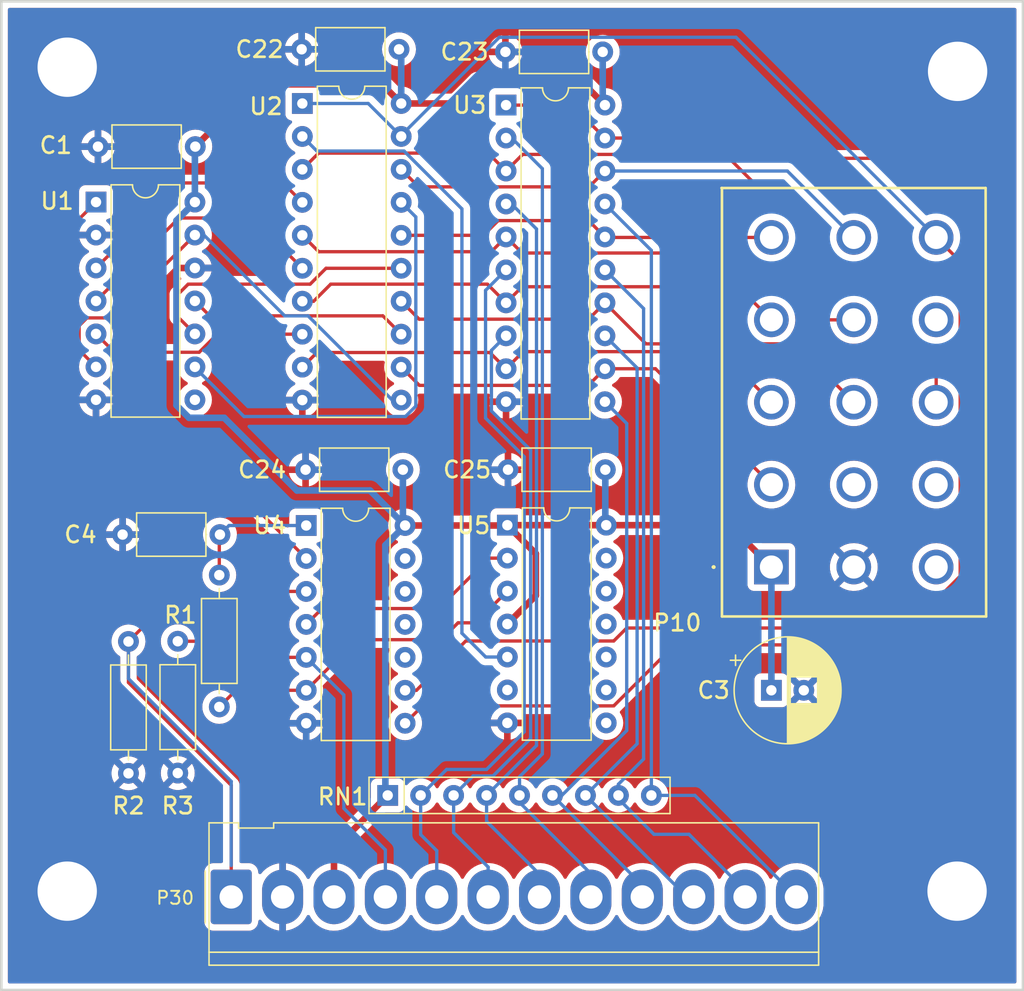
<source format=kicad_pcb>
(kicad_pcb (version 20211014) (generator pcbnew)
  (layers (0 "F.Cu" signal) (31 "B.Cu" signal) (34 "B.Paste" user) (35 "F.Paste" user) (36 "B.SilkS" user "B.Silkscreen") (37 "F.SilkS" user "F.Silkscreen") (38 "B.Mask" user) (39 "F.Mask" user) (44 "Edge.Cuts" user))
  (net 0 "")
  (net 1 "+5V")
  (net 2 "/IN0")
  (net 3 "/IN1")
  (net 4 "/IN2")
  (net 5 "/IN3")
  (net 6 "/IN4")
  (net 7 "/IN5")
  (net 8 "/IN6")
  (net 9 "/IN7")
  (net 10 "GND")
  (net 11 "/OUT2")
  (net 12 "/B3")
  (net 13 "/OUT3")
  (net 14 "/B4")
  (net 15 "/B2")
  (net 16 "/B7")
  (net 17 "/B5")
  (net 18 "/B6")
  (net 19 "/OUT1")
  (net 20 "/B1")
  (net 21 "/B0")
  (net 22 "/OUT0")
  (net 23 "/SPIN_DIR")
  (net 24 "/SPIN_CLK")
  (net 25 "/SPIN_C")
  (net 26 "/Q0")
  (net 27 "/Q1")
  (net 28 "/Q2")
  (net 29 "/Q3")
  (net 30 "/Q6")
  (net 31 "/Q5")
  (net 32 "/Q4")
  (net 33 "/SPIN_Q")
  (net 34 "Net-(U1-Pad1)")
  (net 36 "Net-(U3-Pad1)")
  (net 37 "Net-(U4-Pad4)")
  (footprint "Package_DIP:DIP-14_W7.62mm" (layer "F.Cu") (at 108.1915 101.589)
    (fp_text reference "U5" (at -2.599992 0.024995) (layer "F.SilkS") (effects (font (size 1.27 1.27) (thickness 0.2032))))
    (fp_text value "74LS74")
    (pad "1" thru_hole rect (at 0 0) (size 1.6 1.6) (drill 0.8) (layers *.Cu *.Mask) (net 1 "+5V"))
    (pad "2" thru_hole oval (at 0 2.54) (size 1.6 1.6) (drill 0.8) (layers *.Cu *.Mask) (net 37 "Net-(U4-Pad4)"))
    (pad "3" thru_hole oval (at 0 5.08) (size 1.6 1.6) (drill 0.8) (layers *.Cu *.Mask) (net 25 "/SPIN_C"))
    (pad "4" thru_hole oval (at 0 7.62) (size 1.6 1.6) (drill 0.8) (layers *.Cu *.Mask) (net 1 "+5V"))
    (pad "5" thru_hole oval (at 0 10.16) (size 1.6 1.6) (drill 0.8) (layers *.Cu *.Mask) (net 33 "/SPIN_Q"))
    (pad "6" thru_hole oval (at 0 12.7) (size 1.6 1.6) (drill 0.8) (layers *.Cu *.Mask))
    (pad "7" thru_hole oval (at 0 15.24) (size 1.6 1.6) (drill 0.8) (layers *.Cu *.Mask) (net 10 "GND"))
    (pad "8" thru_hole oval (at 7.62 15.24) (size 1.6 1.6) (drill 0.8) (layers *.Cu *.Mask))
    (pad "9" thru_hole oval (at 7.62 12.7) (size 1.6 1.6) (drill 0.8) (layers *.Cu *.Mask))
    (pad "10" thru_hole oval (at 7.62 10.16) (size 1.6 1.6) (drill 0.8) (layers *.Cu *.Mask))
    (pad "11" thru_hole oval (at 7.62 7.62) (size 1.6 1.6) (drill 0.8) (layers *.Cu *.Mask))
    (pad "12" thru_hole oval (at 7.62 5.08) (size 1.6 1.6) (drill 0.8) (layers *.Cu *.Mask))
    (pad "13" thru_hole oval (at 7.62 2.54) (size 1.6 1.6) (drill 0.8) (layers *.Cu *.Mask))
    (pad "14" thru_hole oval (at 7.62 0) (size 1.6 1.6) (drill 0.8) (layers *.Cu *.Mask) (net 1 "+5V"))
  )
  (footprint "Capacitor_THT:C_Axial_L5.1mm_D3.1mm_P7.50mm_Horizontal" (layer "F.Cu") (at 115.741501 97.314004 180)
    (fp_text reference "C25" (at 10.649992 0) (layer "F.SilkS") (effects (font (size 1.27 1.27) (thickness 0.2032))))
    (fp_text value ".01uF 16v")
    (pad "1" thru_hole circle (at 0 0 180) (size 1.6 1.6) (drill 0.8) (layers *.Cu *.Mask) (net 1 "+5V"))
    (pad "2" thru_hole oval (at 7.5 0 180) (size 1.6 1.6) (drill 0.8) (layers *.Cu *.Mask) (net 10 "GND"))
  )
  (footprint "Package_DIP:DIP-20_W7.62mm" (layer "F.Cu") (at 108.0915 69.214)
    (fp_text reference "U3" (at -2.8 0) (layer "F.SilkS") (effects (font (size 1.27 1.27) (thickness 0.2032))))
    (fp_text value "74LS244")
    (pad "1" thru_hole rect (at 0 0) (size 1.6 1.6) (drill 0.8) (layers *.Cu *.Mask) (net 36 "Net-(U3-Pad1)"))
    (pad "2" thru_hole oval (at 0 2.54) (size 1.6 1.6) (drill 0.8) (layers *.Cu *.Mask) (net 4 "/IN2"))
    (pad "3" thru_hole oval (at 0 5.08) (size 1.6 1.6) (drill 0.8) (layers *.Cu *.Mask) (net 16 "/B7"))
    (pad "4" thru_hole oval (at 0 7.62) (size 1.6 1.6) (drill 0.8) (layers *.Cu *.Mask) (net 5 "/IN3"))
    (pad "5" thru_hole oval (at 0 10.16) (size 1.6 1.6) (drill 0.8) (layers *.Cu *.Mask) (net 18 "/B6"))
    (pad "6" thru_hole oval (at 0 12.7) (size 1.6 1.6) (drill 0.8) (layers *.Cu *.Mask) (net 3 "/IN1"))
    (pad "7" thru_hole oval (at 0 15.24) (size 1.6 1.6) (drill 0.8) (layers *.Cu *.Mask) (net 17 "/B5"))
    (pad "8" thru_hole oval (at 0 17.78) (size 1.6 1.6) (drill 0.8) (layers *.Cu *.Mask) (net 2 "/IN0"))
    (pad "9" thru_hole oval (at 0 20.32) (size 1.6 1.6) (drill 0.8) (layers *.Cu *.Mask) (net 14 "/B4"))
    (pad "10" thru_hole oval (at 0 22.86) (size 1.6 1.6) (drill 0.8) (layers *.Cu *.Mask) (net 10 "GND"))
    (pad "11" thru_hole oval (at 7.62 22.86) (size 1.6 1.6) (drill 0.8) (layers *.Cu *.Mask) (net 6 "/IN4"))
    (pad "12" thru_hole oval (at 7.62 20.32) (size 1.6 1.6) (drill 0.8) (layers *.Cu *.Mask) (net 12 "/B3"))
    (pad "13" thru_hole oval (at 7.62 17.78) (size 1.6 1.6) (drill 0.8) (layers *.Cu *.Mask) (net 7 "/IN5"))
    (pad "14" thru_hole oval (at 7.62 15.24) (size 1.6 1.6) (drill 0.8) (layers *.Cu *.Mask) (net 15 "/B2"))
    (pad "15" thru_hole oval (at 7.62 12.7) (size 1.6 1.6) (drill 0.8) (layers *.Cu *.Mask) (net 8 "/IN6"))
    (pad "16" thru_hole oval (at 7.62 10.16) (size 1.6 1.6) (drill 0.8) (layers *.Cu *.Mask) (net 20 "/B1"))
    (pad "17" thru_hole oval (at 7.62 7.62) (size 1.6 1.6) (drill 0.8) (layers *.Cu *.Mask) (net 9 "/IN7"))
    (pad "18" thru_hole oval (at 7.62 5.08) (size 1.6 1.6) (drill 0.8) (layers *.Cu *.Mask) (net 21 "/B0"))
    (pad "19" thru_hole oval (at 7.62 2.54) (size 1.6 1.6) (drill 0.8) (layers *.Cu *.Mask) (net 36 "Net-(U3-Pad1)"))
    (pad "20" thru_hole oval (at 7.62 0) (size 1.6 1.6) (drill 0.8) (layers *.Cu *.Mask) (net 1 "+5V"))
  )
  (footprint "Capacitor_THT:C_Axial_L5.1mm_D3.1mm_P7.50mm_Horizontal" (layer "F.Cu") (at 99.841507 64.913993 180)
    (fp_text reference "C22" (at 10.750016 0) (layer "F.SilkS") (effects (font (size 1.27 1.27) (thickness 0.2032))))
    (fp_text value ".01uF 16v")
    (pad "1" thru_hole circle (at 0 0 180) (size 1.6 1.6) (drill 0.8) (layers *.Cu *.Mask) (net 1 "+5V"))
    (pad "2" thru_hole oval (at 7.5 0 180) (size 1.6 1.6) (drill 0.8) (layers *.Cu *.Mask) (net 10 "GND"))
  )
  (footprint "Capacitor_THT:C_Axial_L5.1mm_D3.1mm_P7.50mm_Horizontal" (layer "F.Cu") (at 100.141507 97.314004 180)
    (fp_text reference "C24" (at 10.850017 0) (layer "F.SilkS") (effects (font (size 1.27 1.27) (thickness 0.2032))))
    (fp_text value ".01uF 16v")
    (pad "1" thru_hole circle (at 0 0 180) (size 1.6 1.6) (drill 0.8) (layers *.Cu *.Mask) (net 1 "+5V"))
    (pad "2" thru_hole oval (at 7.5 0 180) (size 1.6 1.6) (drill 0.8) (layers *.Cu *.Mask) (net 10 "GND"))
  )
  (footprint "Capacitor_THT:C_Axial_L5.1mm_D3.1mm_P7.50mm_Horizontal" (layer "F.Cu") (at 86.041509 102.313994 180)
    (fp_text reference "C4" (at 10.750016 0) (layer "F.SilkS") (effects (font (size 1.27 1.27) (thickness 0.2032))))
    (fp_text value ".001uF 16v")
    (pad "1" thru_hole circle (at 0 0 180) (size 1.6 1.6) (drill 0.8) (layers *.Cu *.Mask))
    (pad "2" thru_hole oval (at 7.5 0 180) (size 1.6 1.6) (drill 0.8) (layers *.Cu *.Mask) (net 10 "GND"))
  )
  (footprint "Molex:0010844152" (layer "F.Cu") (at 128.541501 104.813989)
    (fp_text reference "P10" (at -7.250001 4.300011) (layer "F.SilkS") (effects (font (size 1.27 1.27) (thickness 0.2032))))
    (fp_text value "0010844152" hide)
    (pad "1" thru_hole rect locked (at 0 0) (size 2.67 2.67) (drill 1.78) (layers *.Cu *.Mask) (net 1 "+5V"))
    (pad "2" thru_hole circle locked (at 6.35 0) (size 2.67 2.67) (drill 1.78) (layers *.Cu *.Mask) (net 10 "GND"))
    (pad "3" thru_hole circle locked (at 12.7 0) (size 2.67 2.67) (drill 1.78) (layers *.Cu *.Mask) (net 11 "/OUT2"))
    (pad "4" thru_hole circle locked (at 0 -6.35) (size 2.67 2.67) (drill 1.78) (layers *.Cu *.Mask) (net 12 "/B3"))
    (pad "5" thru_hole circle locked (at 6.35 -6.35) (size 2.67 2.67) (drill 1.78) (layers *.Cu *.Mask) (net 13 "/OUT3"))
    (pad "6" thru_hole circle locked (at 12.7 -6.35) (size 2.67 2.67) (drill 1.78) (layers *.Cu *.Mask))
    (pad "7" thru_hole circle locked (at 0 -12.7) (size 2.67 2.67) (drill 1.78) (layers *.Cu *.Mask) (net 14 "/B4"))
    (pad "8" thru_hole circle locked (at 6.35 -12.7) (size 2.67 2.67) (drill 1.78) (layers *.Cu *.Mask) (net 15 "/B2"))
    (pad "9" thru_hole circle locked (at 12.7 -12.7) (size 2.67 2.67) (drill 1.78) (layers *.Cu *.Mask) (net 16 "/B7"))
    (pad "10" thru_hole circle locked (at 0 -19.05) (size 2.67 2.67) (drill 1.78) (layers *.Cu *.Mask) (net 17 "/B5"))
    (pad "11" thru_hole circle locked (at 6.35 -19.05) (size 2.67 2.67) (drill 1.78) (layers *.Cu *.Mask) (net 18 "/B6"))
    (pad "12" thru_hole circle locked (at 12.7 -19.05) (size 2.67 2.67) (drill 1.78) (layers *.Cu *.Mask) (net 19 "/OUT1"))
    (pad "13" thru_hole circle locked (at 0 -25.4) (size 2.67 2.67) (drill 1.78) (layers *.Cu *.Mask) (net 20 "/B1"))
    (pad "14" thru_hole circle locked (at 6.35 -25.4) (size 2.67 2.67) (drill 1.78) (layers *.Cu *.Mask) (net 21 "/B0"))
    (pad "15" thru_hole circle locked (at 12.7 -25.4) (size 2.67 2.67) (drill 1.78) (layers *.Cu *.Mask) (net 22 "/OUT0"))
  )
  (footprint "Resistor_THT:R_Array_SIP9" (layer "F.Cu") (at 98.9715 122.414)
    (fp_text reference "RN1" (at -3.479997 0.100004) (layer "F.SilkS") (effects (font (size 1.27 1.27) (thickness 0.2032))))
    (fp_text value "2.2k")
    (pad "1" thru_hole rect (at 0 0) (size 1.6 1.6) (drill 0.8) (layers *.Cu *.Mask) (net 1 "+5V"))
    (pad "2" thru_hole oval (at 2.540006 0.000005) (size 1.6 1.6) (drill 0.8) (layers *.Cu *.Mask) (net 3 "/IN1"))
    (pad "3" thru_hole oval (at 5.080006 0.000005) (size 1.6 1.6) (drill 0.8) (layers *.Cu *.Mask) (net 2 "/IN0"))
    (pad "4" thru_hole oval (at 7.620006 0.000005) (size 1.6 1.6) (drill 0.8) (layers *.Cu *.Mask) (net 5 "/IN3"))
    (pad "5" thru_hole oval (at 10.160006 0.000005) (size 1.6 1.6) (drill 0.8) (layers *.Cu *.Mask) (net 4 "/IN2"))
    (pad "6" thru_hole oval (at 12.7 0) (size 1.6 1.6) (drill 0.8) (layers *.Cu *.Mask) (net 6 "/IN4"))
    (pad "7" thru_hole oval (at 15.24 0) (size 1.6 1.6) (drill 0.8) (layers *.Cu *.Mask) (net 7 "/IN5"))
    (pad "8" thru_hole oval (at 17.78 0) (size 1.6 1.6) (drill 0.8) (layers *.Cu *.Mask) (net 8 "/IN6"))
    (pad "9" thru_hole oval (at 20.32 0) (size 1.6 1.6) (drill 0.8) (layers *.Cu *.Mask) (net 9 "/IN7"))
  )
  (footprint "Package_DIP:DIP-14_W7.62mm" (layer "F.Cu") (at 76.4915 76.689)
    (fp_text reference "U1" (at -3.000004 -0.075005) (layer "F.SilkS") (effects (font (size 1.27 1.27) (thickness 0.2032))))
    (fp_text value "74LS393")
    (pad "1" thru_hole rect (at 0 0) (size 1.6 1.6) (drill 0.8) (layers *.Cu *.Mask) (net 34 "Net-(U1-Pad1)"))
    (pad "2" thru_hole oval (at 0 2.54) (size 1.6 1.6) (drill 0.8) (layers *.Cu *.Mask) (net 10 "GND"))
    (pad "3" thru_hole oval (at 0 5.08) (size 1.6 1.6) (drill 0.8) (layers *.Cu *.Mask) (net 26 "/Q0"))
    (pad "4" thru_hole oval (at 0 7.62) (size 1.6 1.6) (drill 0.8) (layers *.Cu *.Mask) (net 27 "/Q1"))
    (pad "5" thru_hole oval (at 0 10.16) (size 1.6 1.6) (drill 0.8) (layers *.Cu *.Mask) (net 28 "/Q2"))
    (pad "6" thru_hole oval (at 0 12.7) (size 1.6 1.6) (drill 0.8) (layers *.Cu *.Mask) (net 29 "/Q3"))
    (pad "7" thru_hole oval (at 0 15.24) (size 1.6 1.6) (drill 0.8) (layers *.Cu *.Mask) (net 10 "GND"))
    (pad "8" thru_hole oval (at 7.62 15.24) (size 1.6 1.6) (drill 0.8) (layers *.Cu *.Mask))
    (pad "9" thru_hole oval (at 7.62 12.7) (size 1.6 1.6) (drill 0.8) (layers *.Cu *.Mask) (net 30 "/Q6"))
    (pad "10" thru_hole oval (at 7.62 10.16) (size 1.6 1.6) (drill 0.8) (layers *.Cu *.Mask) (net 31 "/Q5"))
    (pad "11" thru_hole oval (at 7.62 7.62) (size 1.6 1.6) (drill 0.8) (layers *.Cu *.Mask) (net 32 "/Q4"))
    (pad "12" thru_hole oval (at 7.62 5.08) (size 1.6 1.6) (drill 0.8) (layers *.Cu *.Mask) (net 10 "GND"))
    (pad "13" thru_hole oval (at 7.62 2.54) (size 1.6 1.6) (drill 0.8) (layers *.Cu *.Mask) (net 29 "/Q3"))
    (pad "14" thru_hole oval (at 7.62 0) (size 1.6 1.6) (drill 0.8) (layers *.Cu *.Mask) (net 1 "+5V"))
  )
  (footprint "Capacitor_THT:C_Axial_L5.1mm_D3.1mm_P7.50mm_Horizontal" (layer "F.Cu") (at 115.541501 65.113992 180)
    (fp_text reference "C23" (at 10.649991 0 180) (layer "F.SilkS") (effects (font (size 1.27 1.27) (thickness 0.2032))))
    (fp_text value ".01uF 16v")
    (pad "1" thru_hole circle (at 0 0 180) (size 1.6 1.6) (drill 0.8) (layers *.Cu *.Mask) (net 1 "+5V"))
    (pad "2" thru_hole oval (at 7.5 0 180) (size 1.6 1.6) (drill 0.8) (layers *.Cu *.Mask) (net 10 "GND"))
  )
  (footprint "Resistor_THT:R_Axial_DIN0207_L6.3mm_D2.5mm_P10.16mm_Horizontal" (layer "F.Cu") (at 85.991497 115.594003 90)
    (fp_text reference "R1" (at 7.079996 -2.999994 180) (layer "F.SilkS") (effects (font (size 1.27 1.27) (thickness 0.2032))))
    (fp_text value "1k 1/2w")
    (pad "1" thru_hole circle (at 0 0 90) (size 1.6 1.6) (drill 0.8) (layers *.Cu *.Mask) (net 25 "/SPIN_C"))
    (pad "2" thru_hole oval (at 10.16 0 90) (size 1.6 1.6) (drill 0.8) (layers *.Cu *.Mask))
  )
  (footprint "Resistor_THT:R_Axial_DIN0207_L6.3mm_D2.5mm_P10.16mm_Horizontal" (layer "F.Cu") (at 78.991511 120.714008 90)
    (fp_text reference "R2" (at -2.499995 0 180) (layer "F.SilkS") (effects (font (size 1.27 1.27) (thickness 0.2032))))
    (fp_text value "1k 1/2w")
    (pad "1" thru_hole circle (at 0 0 90) (size 1.6 1.6) (drill 0.8) (layers *.Cu *.Mask) (net 10 "GND"))
    (pad "2" thru_hole oval (at 10.16 0 90) (size 1.6 1.6) (drill 0.8) (layers *.Cu *.Mask) (net 23 "/SPIN_DIR"))
  )
  (footprint "Capacitor_THT:C_Axial_L5.1mm_D3.1mm_P7.50mm_Horizontal" (layer "F.Cu") (at 84.1415 72.414 180)
    (fp_text reference "C1" (at 10.750003 0.099997) (layer "F.SilkS") (effects (font (size 1.27 1.27) (thickness 0.2032))))
    (fp_text value ".01uF 16v")
    (pad "1" thru_hole circle (at 0 0 180) (size 1.6 1.6) (drill 0.8) (layers *.Cu *.Mask) (net 1 "+5V"))
    (pad "2" thru_hole oval (at 7.5 0 180) (size 1.6 1.6) (drill 0.8) (layers *.Cu *.Mask) (net 10 "GND"))
  )
  (footprint "Package_DIP:DIP-20_W7.62mm" (layer "F.Cu") (at 92.3915 69.089)
    (fp_text reference "U2" (at -2.80001 0.225009) (layer "F.SilkS") (effects (font (size 1.27 1.27) (thickness 0.2032))))
    (fp_text value "74LS244")
    (pad "1" thru_hole rect (at 0 0) (size 1.6 1.6) (drill 0.8) (layers *.Cu *.Mask) (net 22 "/OUT0"))
    (pad "2" thru_hole oval (at 0 2.54) (size 1.6 1.6) (drill 0.8) (layers *.Cu *.Mask) (net 33 "/SPIN_Q"))
    (pad "3" thru_hole oval (at 0 5.08) (size 1.6 1.6) (drill 0.8) (layers *.Cu *.Mask) (net 16 "/B7"))
    (pad "4" thru_hole oval (at 0 7.62) (size 1.6 1.6) (drill 0.8) (layers *.Cu *.Mask) (net 26 "/Q0"))
    (pad "5" thru_hole oval (at 0 10.16) (size 1.6 1.6) (drill 0.8) (layers *.Cu *.Mask) (net 18 "/B6"))
    (pad "6" thru_hole oval (at 0 12.7) (size 1.6 1.6) (drill 0.8) (layers *.Cu *.Mask) (net 27 "/Q1"))
    (pad "7" thru_hole oval (at 0 15.24) (size 1.6 1.6) (drill 0.8) (layers *.Cu *.Mask) (net 17 "/B5"))
    (pad "8" thru_hole oval (at 0 17.78) (size 1.6 1.6) (drill 0.8) (layers *.Cu *.Mask) (net 28 "/Q2"))
    (pad "9" thru_hole oval (at 0 20.32) (size 1.6 1.6) (drill 0.8) (layers *.Cu *.Mask) (net 14 "/B4"))
    (pad "10" thru_hole oval (at 0 22.86) (size 1.6 1.6) (drill 0.8) (layers *.Cu *.Mask) (net 10 "GND"))
    (pad "11" thru_hole oval (at 7.62 22.86) (size 1.6 1.6) (drill 0.8) (layers *.Cu *.Mask) (net 29 "/Q3"))
    (pad "12" thru_hole oval (at 7.62 20.32) (size 1.6 1.6) (drill 0.8) (layers *.Cu *.Mask) (net 12 "/B3"))
    (pad "13" thru_hole oval (at 7.62 17.78) (size 1.6 1.6) (drill 0.8) (layers *.Cu *.Mask) (net 32 "/Q4"))
    (pad "14" thru_hole oval (at 7.62 15.24) (size 1.6 1.6) (drill 0.8) (layers *.Cu *.Mask) (net 15 "/B2"))
    (pad "15" thru_hole oval (at 7.62 12.7) (size 1.6 1.6) (drill 0.8) (layers *.Cu *.Mask) (net 31 "/Q5"))
    (pad "16" thru_hole oval (at 7.62 10.16) (size 1.6 1.6) (drill 0.8) (layers *.Cu *.Mask) (net 20 "/B1"))
    (pad "17" thru_hole oval (at 7.62 7.62) (size 1.6 1.6) (drill 0.8) (layers *.Cu *.Mask) (net 30 "/Q6"))
    (pad "18" thru_hole oval (at 7.62 5.08) (size 1.6 1.6) (drill 0.8) (layers *.Cu *.Mask) (net 21 "/B0"))
    (pad "19" thru_hole oval (at 7.62 2.54) (size 1.6 1.6) (drill 0.8) (layers *.Cu *.Mask) (net 22 "/OUT0"))
    (pad "20" thru_hole oval (at 7.62 0) (size 1.6 1.6) (drill 0.8) (layers *.Cu *.Mask) (net 1 "+5V"))
  )
  (footprint "Capacitor_THT:CP_Radial_D8.0mm_P2.50mm" (layer "F.Cu") (at 128.538849 114.313995)
    (fp_text reference "C3" (at -4.447362 0) (layer "F.SilkS") (effects (font (size 1.27 1.27) (thickness 0.2032))))
    (fp_text value "10uF 25v")
    (pad "1" thru_hole rect (at 0 0) (size 1.6 1.6) (drill 0.8) (layers *.Cu *.Mask) (net 1 "+5V"))
    (pad "2" thru_hole circle (at 2.5 0) (size 1.6 1.6) (drill 0.8) (layers *.Cu *.Mask) (net 10 "GND"))
  )
  (footprint "Connector_Molex:Molex_KK-396_5273-12A_1x12_P3.96mm_Vertical" (layer "F.Cu") (at 86.91151 130.239008)
    (fp_text reference "P30" (at -4.32001 0.074992) (layer "F.SilkS"))
    (fp_text value "Conn_01x12_Male")
    (pad "1" thru_hole roundrect (at 0 0) (size 3.16 4.2) (drill 1.8) (layers *.Cu *.Mask) (roundrect_rratio 0.07911392405) (net 23 "/SPIN_DIR"))
    (pad "2" thru_hole oval (at 3.96 0) (size 3.16 4.2) (drill 1.8) (layers *.Cu *.Mask) (net 10 "GND"))
    (pad "3" thru_hole oval (at 7.92 0) (size 3.16 4.2) (drill 1.8) (layers *.Cu *.Mask) (net 1 "+5V"))
    (pad "4" thru_hole oval (at 11.88 0) (size 3.16 4.2) (drill 1.8) (layers *.Cu *.Mask) (net 24 "/SPIN_CLK"))
    (pad "5" thru_hole oval (at 15.839999 0) (size 3.159999 4.199999) (drill 1.8) (layers *.Cu *.Mask) (net 3 "/IN1"))
    (pad "6" thru_hole oval (at 19.800011 0) (size 3.159999 4.199999) (drill 1.8) (layers *.Cu *.Mask) (net 2 "/IN0"))
    (pad "7" thru_hole oval (at 23.759998 0) (size 3.159999 4.199999) (drill 1.8) (layers *.Cu *.Mask) (net 5 "/IN3"))
    (pad "8" thru_hole oval (at 27.720011 0) (size 3.159999 4.199999) (drill 1.8) (layers *.Cu *.Mask) (net 4 "/IN2"))
    (pad "9" thru_hole oval (at 31.68 0) (size 3.16 4.2) (drill 1.8) (layers *.Cu *.Mask) (net 6 "/IN4"))
    (pad "10" thru_hole oval (at 35.64 0) (size 3.16 4.2) (drill 1.8) (layers *.Cu *.Mask) (net 7 "/IN5"))
    (pad "11" thru_hole oval (at 39.6 0) (size 3.16 4.2) (drill 1.8) (layers *.Cu *.Mask) (net 8 "/IN6"))
    (pad "12" thru_hole oval (at 43.56 0) (size 3.16 4.2) (drill 1.8) (layers *.Cu *.Mask) (net 9 "/IN7"))
  )
  (footprint "Package_DIP:DIP-14_W7.62mm" (layer "F.Cu") (at 92.6915 101.614)
    (fp_text reference "U4" (at -2.800011 -0.000005) (layer "F.SilkS") (effects (font (size 1.27 1.27) (thickness 0.2032))))
    (fp_text value "74LS14")
    (pad "1" thru_hole rect (at 0.000009 -0.000005) (size 1.6 1.6) (drill 0.8) (layers *.Cu *.Mask))
    (pad "2" thru_hole oval (at 0 2.54) (size 1.6 1.6) (drill 0.8) (layers *.Cu *.Mask) (net 34 "Net-(U1-Pad1)"))
    (pad "3" thru_hole oval (at 0 5.08) (size 1.6 1.6) (drill 0.8) (layers *.Cu *.Mask) (net 23 "/SPIN_DIR"))
    (pad "4" thru_hole oval (at 0 7.62) (size 1.6 1.6) (drill 0.8) (layers *.Cu *.Mask) (net 37 "Net-(U4-Pad4)"))
    (pad "5" thru_hole oval (at 0 10.16) (size 1.6 1.6) (drill 0.8) (layers *.Cu *.Mask) (net 24 "/SPIN_CLK"))
    (pad "6" thru_hole oval (at 0 12.7) (size 1.6 1.6) (drill 0.8) (layers *.Cu *.Mask) (net 25 "/SPIN_C"))
    (pad "7" thru_hole oval (at 0 15.24) (size 1.6 1.6) (drill 0.8) (layers *.Cu *.Mask) (net 10 "GND"))
    (pad "8" thru_hole oval (at 7.62 15.24) (size 1.6 1.6) (drill 0.8) (layers *.Cu *.Mask) (net 36 "Net-(U3-Pad1)"))
    (pad "9" thru_hole oval (at 7.62 12.7) (size 1.6 1.6) (drill 0.8) (layers *.Cu *.Mask) (net 22 "/OUT0"))
    (pad "10" thru_hole oval (at 7.62 10.16) (size 1.6 1.6) (drill 0.8) (layers *.Cu *.Mask))
    (pad "11" thru_hole oval (at 7.62 7.62) (size 1.6 1.6) (drill 0.8) (layers *.Cu *.Mask))
    (pad "12" thru_hole oval (at 7.62 5.08) (size 1.6 1.6) (drill 0.8) (layers *.Cu *.Mask))
    (pad "13" thru_hole oval (at 7.62 2.54) (size 1.6 1.6) (drill 0.8) (layers *.Cu *.Mask))
    (pad "14" thru_hole oval (at 7.62 0) (size 1.6 1.6) (drill 0.8) (layers *.Cu *.Mask) (net 1 "+5V"))
  )
  (footprint "Resistor_THT:R_Axial_DIN0207_L6.3mm_D2.5mm_P10.16mm_Horizontal" (layer "F.Cu") (at 82.791503 120.693993 90)
    (fp_text reference "R3" (at -2.52001 0 180) (layer "F.SilkS") (effects (font (size 1.27 1.27) (thickness 0.2032))))
    (fp_text value "1k 1/2w")
    (pad "1" thru_hole circle (at 0 0 90) (size 1.6 1.6) (drill 0.8) (layers *.Cu *.Mask) (net 10 "GND"))
    (pad "2" thru_hole oval (at 10.16 0 90) (size 1.6 1.6) (drill 0.8) (layers *.Cu *.Mask) (net 24 "/SPIN_CLK"))
  )
  (footprint "LOGO" (layer "F.Cu") (at 142.8515 122.174)
    (fp_text reference "G***" hide)
    (fp_text value "LOGO" hide)
  )
  (gr_rect (start 69.1915 61.214) (end 147.9315 137.414) (layer "Edge.Cuts") (width 0.2) (fill none))
  (segment (start 85.9915 105.434) (end 85.9915 102.364) (width 0.254) (layer "F.Cu") (net 0))
  (segment (start 85.9915 102.364) (end 86.0415 102.314) (width 0.254) (layer "F.Cu") (net 0))
  (segment (start 92.691509 101.613995) (end 86.741508 101.613995) (width 0.254) (layer "B.Cu") (net 0))
  (segment (start 86.741508 101.613995) (end 86.041509 102.313994) (width 0.254) (layer "B.Cu") (net 0))
  (segment (start 98.791497 122.593989) (end 94.83151 126.554001) (width 0.508) (layer "F.Cu") (net 1))
  (segment (start 110.3915 107.009) (end 108.1915 109.209) (width 0.508) (layer "F.Cu") (net 1))
  (segment (start 104.2165 69.089) (end 105.8915 67.414) (width 0.508) (layer "F.Cu") (net 1))
  (segment (start 94.83151 126.554001) (end 94.83151 130.239008) (width 0.508) (layer "F.Cu") (net 1))
  (segment (start 100.0115 69.089) (end 98.5365 67.614) (width 0.508) (layer "F.Cu") (net 1))
  (segment (start 100.0115 69.089) (end 104.2165 69.089) (width 0.508) (layer "F.Cu") (net 1))
  (segment (start 98.5365 67.614) (end 88.9415 67.614) (width 0.508) (layer "F.Cu") (net 1))
  (segment (start 108.1915 101.589) (end 115.8115 101.589) (width 0.508) (layer "F.Cu") (net 1))
  (segment (start 113.9115 67.414) (end 115.7115 69.214) (width 0.508) (layer "F.Cu") (net 1))
  (segment (start 88.9415 67.614) (end 84.1415 72.414) (width 0.508) (layer "F.Cu") (net 1))
  (segment (start 110.3915 103.789) (end 110.3915 107.009) (width 0.508) (layer "F.Cu") (net 1))
  (segment (start 105.8915 67.414) (end 113.9115 67.414) (width 0.508) (layer "F.Cu") (net 1))
  (segment (start 108.1665 101.614) (end 108.1915 101.589) (width 0.508) (layer "F.Cu") (net 1))
  (segment (start 125.3165 101.589) (end 128.5415 104.814) (width 0.508) (layer "F.Cu") (net 1))
  (segment (start 108.1915 101.589) (end 110.3915 103.789) (width 0.508) (layer "F.Cu") (net 1))
  (segment (start 100.3115 101.614) (end 108.1665 101.614) (width 0.508) (layer "F.Cu") (net 1))
  (segment (start 115.8115 101.589) (end 125.3165 101.589) (width 0.508) (layer "F.Cu") (net 1))
  (segment (start 115.7415 97.314) (end 115.7415 101.519) (width 0.508) (layer "B.Cu") (net 1))
  (segment (start 84.1115 76.689) (end 82.6915 78.109) (width 0.508) (layer "B.Cu") (net 1))
  (segment (start 100.0115 69.089) (end 100.0115 65.084) (width 0.508) (layer "B.Cu") (net 1))
  (segment (start 91.97153 98.914) (end 97.6115 98.914) (width 0.508) (layer "B.Cu") (net 1))
  (segment (start 100.1415 97.314) (end 100.1415 101.444) (width 0.508) (layer "B.Cu") (net 1))
  (segment (start 128.5415 104.814) (end 128.5415 113.911349) (width 0.508) (layer "B.Cu") (net 1))
  (segment (start 98.7915 103.134) (end 98.7915 122.594) (width 0.508) (layer "B.Cu") (net 1))
  (segment (start 86.37153 93.314) (end 91.97153 98.914) (width 0.508) (layer "B.Cu") (net 1))
  (segment (start 84.1115 76.689) (end 84.1115 72.444) (width 0.508) (layer "B.Cu") (net 1))
  (segment (start 100.0115 65.084) (end 99.8415 64.914) (width 0.508) (layer "B.Cu") (net 1))
  (segment (start 84.1115 72.444) (end 84.1415 72.414) (width 0.508) (layer "B.Cu") (net 1))
  (segment (start 97.6115 98.914) (end 100.3115 101.614) (width 0.508) (layer "B.Cu") (net 1))
  (segment (start 115.5415 65.114) (end 115.5415 69.044) (width 0.508) (layer "B.Cu") (net 1))
  (segment (start 100.1415 101.444) (end 100.3115 101.614) (width 0.508) (layer "B.Cu") (net 1))
  (segment (start 83.657633 93.314) (end 86.37153 93.314) (width 0.508) (layer "B.Cu") (net 1))
  (segment (start 100.3115 101.614) (end 98.7915 103.134) (width 0.508) (layer "B.Cu") (net 1))
  (segment (start 115.7415 101.519) (end 115.8115 101.589) (width 0.508) (layer "B.Cu") (net 1))
  (segment (start 82.6915 78.109) (end 82.6915 92.347867) (width 0.508) (layer "B.Cu") (net 1))
  (segment (start 82.6915 92.347867) (end 83.657633 93.314) (width 0.508) (layer "B.Cu") (net 1))
  (segment (start 115.5415 69.044) (end 115.7115 69.214) (width 0.508) (layer "B.Cu") (net 1))
  (segment (start 108.0915 86.994) (end 106.964989 88.120511) (width 0.254) (layer "B.Cu") (net 2))
  (segment (start 106.964989 92.787489) (end 109.98446 95.80696) (width 0.254) (layer "B.Cu") (net 2))
  (segment (start 104.051506 122.414005) (end 104.051506 125.274006) (width 0.254) (layer "B.Cu") (net 2))
  (segment (start 105.551511 120.914) (end 104.051506 122.414005) (width 0.254) (layer "B.Cu") (net 2))
  (segment (start 109.98446 118.02104) (end 107.0915 120.914) (width 0.254) (layer "B.Cu") (net 2))
  (segment (start 104.051506 125.274006) (end 106.711521 127.934021) (width 0.254) (layer "B.Cu") (net 2))
  (segment (start 106.711521 127.934021) (end 106.711521 130.239008) (width 0.254) (layer "B.Cu") (net 2))
  (segment (start 106.964989 88.120511) (end 106.964989 92.787489) (width 0.254) (layer "B.Cu") (net 2))
  (segment (start 109.98446 95.80696) (end 109.98446 118.02104) (width 0.254) (layer "B.Cu") (net 2))
  (segment (start 107.0915 120.914) (end 105.551511 120.914) (width 0.254) (layer "B.Cu") (net 2))
  (segment (start 101.511506 125.434006) (end 102.751509 126.674009) (width 0.254) (layer "B.Cu") (net 3))
  (segment (start 106.511469 93.333969) (end 109.4915 96.314) (width 0.254) (layer "B.Cu") (net 3))
  (segment (start 102.751509 126.674009) (end 102.751509 130.239008) (width 0.254) (layer "B.Cu") (net 3))
  (segment (start 109.4915 96.314) (end 109.4915 117.514) (width 0.254) (layer "B.Cu") (net 3))
  (segment (start 106.511469 83.494031) (end 106.511469 93.333969) (width 0.254) (layer "B.Cu") (net 3))
  (segment (start 103.511511 120.414) (end 101.511506 122.414005) (width 0.254) (layer "B.Cu") (net 3))
  (segment (start 109.4915 117.514) (end 106.5915 120.414) (width 0.254) (layer "B.Cu") (net 3))
  (segment (start 106.5915 120.414) (end 103.511511 120.414) (width 0.254) (layer "B.Cu") (net 3))
  (segment (start 108.0915 81.914) (end 106.511469 83.494031) (width 0.254) (layer "B.Cu") (net 3))
  (segment (start 101.511506 122.414005) (end 101.511506 125.434006) (width 0.254) (layer "B.Cu") (net 3))
  (segment (start 114.63151 128.45401) (end 114.63151 130.239008) (width 0.254) (layer "B.Cu") (net 4))
  (segment (start 109.1315 122.954) (end 114.63151 128.45401) (width 0.254) (layer "B.Cu") (net 4))
  (segment (start 109.1315 122.414) (end 109.1315 122.954) (width 0.254) (layer "B.Cu") (net 4))
  (segment (start 110.8915 74.114) (end 110.8915 119.214) (width 0.254) (layer "B.Cu") (net 4))
  (segment (start 108.0915 71.754) (end 108.5315 71.754) (width 0.254) (layer "B.Cu") (net 4))
  (segment (start 108.5315 71.754) (end 110.8915 74.114) (width 0.254) (layer "B.Cu") (net 4))
  (segment (start 109.131506 120.973994) (end 109.131506 122.414005) (width 0.254) (layer "B.Cu") (net 4))
  (segment (start 110.8915 119.214) (end 109.131506 120.973994) (width 0.254) (layer "B.Cu") (net 4))
  (segment (start 110.43798 78.76048) (end 110.43798 118.567531) (width 0.254) (layer "B.Cu") (net 5))
  (segment (start 108.5115 76.834) (end 110.43798 78.76048) (width 0.254) (layer "B.Cu") (net 5))
  (segment (start 106.591506 124.414006) (end 106.591506 122.414005) (width 0.254) (layer "B.Cu") (net 5))
  (segment (start 110.43798 118.567531) (end 106.591506 122.414005) (width 0.254) (layer "B.Cu") (net 5))
  (segment (start 110.671508 130.239008) (end 110.671508 128.494008) (width 0.254) (layer "B.Cu") (net 5))
  (segment (start 110.671508 128.494008) (end 106.591506 124.414006) (width 0.254) (layer "B.Cu") (net 5))
  (segment (start 108.0915 76.834) (end 108.5115 76.834) (width 0.254) (layer "B.Cu") (net 5))
  (segment (start 118.5915 130.239) (end 118.5915 129.334) (width 0.254) (layer "B.Cu") (net 6))
  (segment (start 118.5915 129.334) (end 111.6715 122.414) (width 0.254) (layer "B.Cu") (net 6))
  (segment (start 111.6715 122.414) (end 112.3915 122.414) (width 0.254) (layer "B.Cu") (net 6))
  (segment (start 117.3915 117.414) (end 117.3915 93.754) (width 0.254) (layer "B.Cu") (net 6))
  (segment (start 112.3915 122.414) (end 117.3915 117.414) (width 0.254) (layer "B.Cu") (net 6))
  (segment (start 117.3915 93.754) (end 115.7115 92.074) (width 0.254) (layer "B.Cu") (net 6))
  (segment (start 122.0365 130.239) (end 122.5515 130.239) (width 0.254) (layer "B.Cu") (net 7))
  (segment (start 114.2115 122.414) (end 122.0365 130.239) (width 0.254) (layer "B.Cu") (net 7))
  (segment (start 114.2115 122.414) (end 118.1915 118.434) (width 0.254) (layer "B.Cu") (net 7))
  (segment (start 118.1915 89.474) (end 115.7115 86.994) (width 0.254) (layer "B.Cu") (net 7))
  (segment (start 118.1915 118.434) (end 118.1915 89.474) (width 0.254) (layer "B.Cu") (net 7))
  (segment (start 118.6915 84.894) (end 115.7115 81.914) (width 0.254) (layer "B.Cu") (net 8))
  (segment (start 126.5115 129.734) (end 126.5115 130.239) (width 0.254) (layer "B.Cu") (net 8))
  (segment (start 116.7515 122.414) (end 116.7515 121.554) (width 0.254) (layer "B.Cu") (net 8))
  (segment (start 122.1915 125.414) (end 126.5115 129.734) (width 0.254) (layer "B.Cu") (net 8))
  (segment (start 119.4915 125.414) (end 122.1915 125.414) (width 0.254) (layer "B.Cu") (net 8))
  (segment (start 116.7515 121.554) (end 118.6915 119.614) (width 0.254) (layer "B.Cu") (net 8))
  (segment (start 116.7515 122.414) (end 116.7515 122.674) (width 0.254) (layer "B.Cu") (net 8))
  (segment (start 116.7515 122.674) (end 119.4915 125.414) (width 0.254) (layer "B.Cu") (net 8))
  (segment (start 118.6915 119.614) (end 118.6915 84.894) (width 0.254) (layer "B.Cu") (net 8))
  (segment (start 119.2915 122.414) (end 122.6465 122.414) (width 0.254) (layer "B.Cu") (net 9))
  (segment (start 122.6465 122.414) (end 130.4715 130.239) (width 0.254) (layer "B.Cu") (net 9))
  (segment (start 119.2915 80.414) (end 119.2915 122.414) (width 0.254) (layer "B.Cu") (net 9))
  (segment (start 115.7115 76.834) (end 119.2915 80.414) (width 0.254) (layer "B.Cu") (net 9))
  (via (at 74.271505 66.294) (size 6.35) (drill 4.572) (layers "F.Cu" "B.Cu") (net 10))
  (via (at 74.2715 129.794) (size 6.35) (drill 4.572) (layers "F.Cu" "B.Cu") (net 10))
  (via (at 142.89151 66.613989) (size 6.35) (drill 4.572) (layers "F.Cu" "B.Cu") (net 10))
  (via (at 142.8515 129.794) (size 6.35) (drill 4.572) (layers "F.Cu" "B.Cu") (net 10))
  (segment (start 114.4315 90.814) (end 115.7115 89.534) (width 0.254) (layer "F.Cu") (net 12))
  (segment (start 101.4165 90.814) (end 114.4315 90.814) (width 0.254) (layer "F.Cu") (net 12))
  (segment (start 100.0115 89.409) (end 101.4165 90.814) (width 0.254) (layer "F.Cu") (net 12))
  (segment (start 128.5415 98.464) (end 119.6115 89.534) (width 0.254) (layer "F.Cu") (net 12))
  (segment (start 119.6115 89.534) (end 115.7115 89.534) (width 0.254) (layer "F.Cu") (net 12))
  (segment (start 128.5415 92.114) (end 124.6415 88.214) (width 0.254) (layer "F.Cu") (net 14))
  (segment (start 109.4115 88.214) (end 108.0915 89.534) (width 0.254) (layer "F.Cu") (net 14))
  (segment (start 93.518011 88.282489) (end 92.3915 89.409) (width 0.254) (layer "F.Cu") (net 14))
  (segment (start 124.6415 88.214) (end 109.4115 88.214) (width 0.254) (layer "F.Cu") (net 14))
  (segment (start 108.0915 89.534) (end 106.839989 88.282489) (width 0.254) (layer "F.Cu") (net 14))
  (segment (start 106.839989 88.282489) (end 93.518011 88.282489) (width 0.254) (layer "F.Cu") (net 14))
  (segment (start 115.7115 84.454) (end 114.4515 85.714) (width 0.254) (layer "F.Cu") (net 15))
  (segment (start 115.7115 84.454) (end 118.8715 87.614) (width 0.254) (layer "F.Cu") (net 15))
  (segment (start 101.3965 85.714) (end 100.0115 84.329) (width 0.254) (layer "F.Cu") (net 15))
  (segment (start 130.3915 87.614) (end 134.8915 92.114) (width 0.254) (layer "F.Cu") (net 15))
  (segment (start 114.4515 85.714) (end 101.3965 85.714) (width 0.254) (layer "F.Cu") (net 15))
  (segment (start 118.8715 87.614) (end 130.3915 87.614) (width 0.254) (layer "F.Cu") (net 15))
  (segment (start 106.7115 72.914) (end 108.0915 74.294) (width 0.254) (layer "F.Cu") (net 16))
  (segment (start 93.6465 72.914) (end 106.7115 72.914) (width 0.254) (layer "F.Cu") (net 16))
  (segment (start 141.2415 89.264) (end 124.9915 73.014) (width 0.254) (layer "F.Cu") (net 16))
  (segment (start 92.3915 74.169) (end 93.6465 72.914) (width 0.254) (layer "F.Cu") (net 16))
  (segment (start 109.3715 73.014) (end 108.0915 74.294) (width 0.254) (layer "F.Cu") (net 16))
  (segment (start 124.9915 73.014) (end 109.3715 73.014) (width 0.254) (layer "F.Cu") (net 16))
  (segment (start 141.2415 92.114) (end 141.2415 89.264) (width 0.254) (layer "F.Cu") (net 16))
  (segment (start 128.5415 85.764) (end 125.9915 83.214) (width 0.254) (layer "F.Cu") (net 17))
  (segment (start 94.579989 83.014) (end 93.264989 84.329) (width 0.254) (layer "F.Cu") (net 17))
  (segment (start 93.264989 84.329) (end 92.3915 84.329) (width 0.254) (layer "F.Cu") (net 17))
  (segment (start 109.3315 83.214) (end 108.0915 84.454) (width 0.254) (layer "F.Cu") (net 17))
  (segment (start 108.0915 84.454) (end 106.6515 83.014) (width 0.254) (layer "F.Cu") (net 17))
  (segment (start 125.9915 83.214) (end 109.3315 83.214) (width 0.254) (layer "F.Cu") (net 17))
  (segment (start 106.6515 83.014) (end 94.579989 83.014) (width 0.254) (layer "F.Cu") (net 17))
  (segment (start 131.9415 85.764) (end 134.8915 85.764) (width 0.254) (layer "F.Cu") (net 18))
  (segment (start 109.3315 80.614) (end 126.7915 80.614) (width 0.254) (layer "F.Cu") (net 18))
  (segment (start 106.9515 80.514) (end 93.6565 80.514) (width 0.254) (layer "F.Cu") (net 18))
  (segment (start 93.6565 80.514) (end 92.3915 79.249) (width 0.254) (layer "F.Cu") (net 18))
  (segment (start 126.7915 80.614) (end 131.9415 85.764) (width 0.254) (layer "F.Cu") (net 18))
  (segment (start 108.0915 79.374) (end 106.9515 80.514) (width 0.254) (layer "F.Cu") (net 18))
  (segment (start 108.0915 79.374) (end 109.3315 80.614) (width 0.254) (layer "F.Cu") (net 18))
  (segment (start 115.7115 79.374) (end 114.4515 78.114) (width 0.254) (layer "F.Cu") (net 20))
  (segment (start 128.5415 79.414) (end 115.7515 79.414) (width 0.254) (layer "F.Cu") (net 20))
  (segment (start 114.4515 78.114) (end 107.484522 78.114) (width 0.254) (layer "F.Cu") (net 20))
  (segment (start 115.7515 79.414) (end 115.7115 79.374) (width 0.254) (layer "F.Cu") (net 20))
  (segment (start 107.484522 78.114) (end 106.349522 79.249) (width 0.254) (layer "F.Cu") (net 20))
  (segment (start 106.349522 79.249) (end 100.0115 79.249) (width 0.254) (layer "F.Cu") (net 20))
  (segment (start 101.3565 75.514) (end 100.0115 74.169) (width 0.254) (layer "F.Cu") (net 21))
  (segment (start 114.4915 75.514) (end 101.3565 75.514) (width 0.254) (layer "F.Cu") (net 21))
  (segment (start 115.7115 74.294) (end 114.4915 75.514) (width 0.254) (layer "F.Cu") (net 21))
  (segment (start 129.7715 74.294) (end 134.8915 79.414) (width 0.254) (layer "B.Cu") (net 21))
  (segment (start 115.7115 74.294) (end 129.7715 74.294) (width 0.254) (layer "B.Cu") (net 21))
  (segment (start 104.987874 110.514) (end 101.187874 114.314) (width 0.254) (layer "F.Cu") (net 22))
  (segment (start 117.3915 109.514) (end 116.3915 110.514) (width 0.254) (layer "F.Cu") (net 22))
  (segment (start 143.0915 81.264) (end 143.0915 105.514) (width 0.254) (layer "F.Cu") (net 22))
  (segment (start 116.3915 110.514) (end 104.987874 110.514) (width 0.254) (layer "F.Cu") (net 22))
  (segment (start 139.0915 109.514) (end 117.3915 109.514) (width 0.254) (layer "F.Cu") (net 22))
  (segment (start 141.2415 79.414) (end 143.0915 81.264) (width 0.254) (layer "F.Cu") (net 22))
  (segment (start 143.0915 105.514) (end 139.0915 109.514) (width 0.254) (layer "F.Cu") (net 22))
  (segment (start 101.187874 114.314) (end 100.3115 114.314) (width 0.254) (layer "F.Cu") (net 22))
  (segment (start 100.0115 71.550872) (end 100.0115 71.629) (width 0.254) (layer "B.Cu") (net 22))
  (segment (start 141.2415 79.414) (end 125.814989 63.987489) (width 0.254) (layer "B.Cu") (net 22))
  (segment (start 97.4715 69.089) (end 100.0115 71.629) (width 0.254) (layer "B.Cu") (net 22))
  (segment (start 125.814989 63.987489) (end 107.574883 63.987489) (width 0.254) (layer "B.Cu") (net 22))
  (segment (start 107.574883 63.987489) (end 100.0115 71.550872) (width 0.254) (layer "B.Cu") (net 22))
  (segment (start 92.3915 69.089) (end 97.4715 69.089) (width 0.254) (layer "B.Cu") (net 22))
  (segment (start 86.91151 121.63401) (end 86.91151 130.239008) (width 0.254) (layer "F.Cu") (net 23))
  (segment (start 78.991511 110.554008) (end 78.991511 113.714011) (width 0.254) (layer "F.Cu") (net 23))
  (segment (start 92.6915 106.694) (end 92.4715 106.914) (width 0.254) (layer "F.Cu") (net 23))
  (segment (start 86.7915 108.114) (end 81.431519 108.114) (width 0.254) (layer "F.Cu") (net 23))
  (segment (start 86.8915 130.219) (end 86.9115 130.239) (width 0.254) (layer "F.Cu") (net 23))
  (segment (start 88.2115 106.694) (end 86.7915 108.114) (width 0.254) (layer "F.Cu") (net 23))
  (segment (start 81.431519 108.114) (end 78.991511 110.554008) (width 0.254) (layer "F.Cu") (net 23))
  (segment (start 92.6915 106.694) (end 88.2115 106.694) (width 0.254) (layer "F.Cu") (net 23))
  (segment (start 78.991511 113.714011) (end 86.91151 121.63401) (width 0.254) (layer "F.Cu") (net 23))
  (segment (start 86.6915 121.114) (end 86.91151 121.33401) (width 0.254) (layer "B.Cu") (net 23))
  (segment (start 78.991511 113.414011) (end 86.6915 121.114) (width 0.254) (layer "B.Cu") (net 23))
  (segment (start 86.91151 121.33401) (end 86.91151 127.812488) (width 0.254) (layer "B.Cu") (net 23))
  (segment (start 78.991511 110.554008) (end 78.991511 113.414011) (width 0.254) (layer "B.Cu") (net 23))
  (segment (start 89.2115 110.534) (end 82.7915 110.534) (width 0.254) (layer "F.Cu") (net 24))
  (segment (start 90.4515 111.774) (end 89.2115 110.534) (width 0.254) (layer "F.Cu") (net 24))
  (segment (start 92.6915 111.774) (end 90.4515 111.774) (width 0.254) (layer "F.Cu") (net 24))
  (segment (start 98.7915 130.239) (end 98.7915 126.614) (width 0.254) (layer "B.Cu") (net 24))
  (segment (start 98.7915 126.614) (end 95.5915 123.414) (width 0.254) (layer "B.Cu") (net 24))
  (segment (start 95.5915 123.414) (end 95.5915 114.674) (width 0.254) (layer "B.Cu") (net 24))
  (segment (start 95.5915 114.674) (end 92.6915 111.774) (width 0.254) (layer "B.Cu") (net 24))
  (segment (start 103.0915 110.414) (end 96.5915 110.414) (width 0.254) (layer "F.Cu") (net 25))
  (segment (start 108.1915 106.669) (end 105.7465 109.114) (width 0.254) (layer "F.Cu") (net 25))
  (segment (start 105.7465 109.114) (end 104.3915 109.114) (width 0.254) (layer "F.Cu") (net 25))
  (segment (start 92.6915 114.314) (end 87.2715 114.314) (width 0.254) (layer "F.Cu") (net 25))
  (segment (start 104.3915 109.114) (end 103.0915 110.414) (width 0.254) (layer "F.Cu") (net 25))
  (segment (start 87.2715 114.314) (end 85.9915 115.594) (width 0.254) (layer "F.Cu") (net 25))
  (segment (start 96.5915 110.414) (end 92.6915 114.314) (width 0.254) (layer "F.Cu") (net 25))
  (segment (start 92.3915 76.709) (end 90.8965 75.214) (width 0.254) (layer "F.Cu") (net 26))
  (segment (start 90.8965 75.214) (end 83.0465 75.214) (width 0.254) (layer "F.Cu") (net 26))
  (segment (start 83.0465 75.214) (end 76.4915 81.769) (width 0.254) (layer "F.Cu") (net 26))
  (segment (start 82.8865 77.914) (end 76.4915 84.309) (width 0.254) (layer "F.Cu") (net 27))
  (segment (start 88.5165 77.914) (end 82.8865 77.914) (width 0.254) (layer "F.Cu") (net 27))
  (segment (start 92.3915 81.789) (end 88.5165 77.914) (width 0.254) (layer "F.Cu") (net 27))
  (segment (start 92.3915 86.869) (end 85.8365 86.869) (width 0.254) (layer "F.Cu") (net 28))
  (segment (start 77.904989 88.262489) (end 76.4915 86.849) (width 0.254) (layer "F.Cu") (net 28))
  (segment (start 84.443011 88.262489) (end 77.904989 88.262489) (width 0.254) (layer "F.Cu") (net 28))
  (segment (start 85.8365 86.869) (end 84.443011 88.262489) (width 0.254) (layer "F.Cu") (net 28))
  (segment (start 75.1915 86.214) (end 75.1915 88.089) (width 0.254) (layer "F.Cu") (net 29))
  (segment (start 77.7265 85.614) (end 75.7915 85.614) (width 0.254) (layer "F.Cu") (net 29))
  (segment (start 84.1115 79.229) (end 77.7265 85.614) (width 0.254) (layer "F.Cu") (net 29))
  (segment (start 75.7915 85.614) (end 75.1915 86.214) (width 0.254) (layer "F.Cu") (net 29))
  (segment (start 75.1915 88.089) (end 76.4915 89.389) (width 0.254) (layer "F.Cu") (net 29))
  (segment (start 92.833011 85.455511) (end 91.033011 85.455511) (width 0.254) (layer "B.Cu") (net 29))
  (segment (start 100.0115 91.949) (end 99.3265 91.949) (width 0.254) (layer "B.Cu") (net 29))
  (segment (start 99.3265 91.949) (end 92.833011 85.455511) (width 0.254) (layer "B.Cu") (net 29))
  (segment (start 84.8065 79.229) (end 84.1115 79.229) (width 0.254) (layer "B.Cu") (net 29))
  (segment (start 91.033011 85.455511) (end 84.8065 79.229) (width 0.254) (layer "B.Cu") (net 29))
  (segment (start 87.8915 93.214) (end 84.1115 89.434) (width 0.254) (layer "B.Cu") (net 30))
  (segment (start 100.339628 93.214) (end 87.8915 93.214) (width 0.254) (layer "B.Cu") (net 30))
  (segment (start 84.1115 89.434) (end 84.1115 89.389) (width 0.254) (layer "B.Cu") (net 30))
  (segment (start 101.138011 92.415617) (end 100.339628 93.214) (width 0.254) (layer "B.Cu") (net 30))
  (segment (start 100.0115 76.709) (end 101.138011 77.835511) (width 0.254) (layer "B.Cu") (net 30))
  (segment (start 101.138011 77.835511) (end 101.138011 92.415617) (width 0.254) (layer "B.Cu") (net 30))
  (segment (start 94.2165 81.789) (end 100.0115 81.789) (width 0.254) (layer "F.Cu") (net 31))
  (segment (start 84.1115 86.849) (end 82.7915 85.529) (width 0.254) (layer "F.Cu") (net 31))
  (segment (start 82.7915 85.529) (end 82.7915 83.814) (width 0.254) (layer "F.Cu") (net 31))
  (segment (start 83.5915 83.014) (end 92.9915 83.014) (width 0.254) (layer "F.Cu") (net 31))
  (segment (start 82.7915 83.814) (end 83.5915 83.014) (width 0.254) (layer "F.Cu") (net 31))
  (segment (start 92.9915 83.014) (end 94.2165 81.789) (width 0.254) (layer "F.Cu") (net 31))
  (segment (start 98.598011 85.455511) (end 85.258011 85.455511) (width 0.254) (layer "F.Cu") (net 32))
  (segment (start 85.258011 85.455511) (end 84.1115 84.309) (width 0.254) (layer "F.Cu") (net 32))
  (segment (start 100.0115 86.869) (end 98.598011 85.455511) (width 0.254) (layer "F.Cu") (net 32))
  (segment (start 100.233011 72.755511) (end 104.6915 77.214) (width 0.254) (layer "B.Cu") (net 33))
  (segment (start 93.518011 72.755511) (end 100.233011 72.755511) (width 0.254) (layer "B.Cu") (net 33))
  (segment (start 92.3915 71.629) (end 93.518011 72.755511) (width 0.254) (layer "B.Cu") (net 33))
  (segment (start 104.6915 109.914) (end 106.5265 111.749) (width 0.254) (layer "B.Cu") (net 33))
  (segment (start 106.5265 111.749) (end 108.1915 111.749) (width 0.254) (layer "B.Cu") (net 33))
  (segment (start 104.6915 77.214) (end 104.6915 109.914) (width 0.254) (layer "B.Cu") (net 33))
  (segment (start 73.9915 95.614) (end 77.8915 99.514) (width 0.254) (layer "F.Cu") (net 34))
  (segment (start 77.8915 99.514) (end 88.0515 99.514) (width 0.254) (layer "F.Cu") (net 34))
  (segment (start 88.0515 99.514) (end 92.6915 104.154) (width 0.254) (layer "F.Cu") (net 34))
  (segment (start 73.9915 79.189) (end 73.9915 95.614) (width 0.254) (layer "F.Cu") (net 34))
  (segment (start 76.4915 76.689) (end 73.9915 79.189) (width 0.254) (layer "F.Cu") (net 34))
  (segment (start 113.1715 69.214) (end 115.7115 71.754) (width 0.254) (layer "F.Cu") (net 36))
  (segment (start 140.4915 110.814) (end 121.0915 110.814) (width 0.254) (layer "F.Cu") (net 36))
  (segment (start 145.1915 106.114) (end 140.4915 110.814) (width 0.254) (layer "F.Cu") (net 36))
  (segment (start 141.2915 73.314) (end 145.1915 77.214) (width 0.254) (layer "F.Cu") (net 36))
  (segment (start 121.0915 110.814) (end 116.3915 115.514) (width 0.254) (layer "F.Cu") (net 36))
  (segment (start 132.3915 73.314) (end 141.2915 73.314) (width 0.254) (layer "F.Cu") (net 36))
  (segment (start 145.1915 77.214) (end 145.1915 106.114) (width 0.254) (layer "F.Cu") (net 36))
  (segment (start 130.8315 71.754) (end 132.3915 73.314) (width 0.254) (layer "F.Cu") (net 36))
  (segment (start 108.0915 69.214) (end 113.1715 69.214) (width 0.254) (layer "F.Cu") (net 36))
  (segment (start 115.7115 71.754) (end 130.8315 71.754) (width 0.254) (layer "F.Cu") (net 36))
  (segment (start 101.6515 115.514) (end 100.3115 116.854) (width 0.254) (layer "F.Cu") (net 36))
  (segment (start 116.3915 115.514) (end 101.6515 115.514) (width 0.254) (layer "F.Cu") (net 36))
  (segment (start 102.8915 108.014) (end 93.9115 108.014) (width 0.254) (layer "F.Cu") (net 37))
  (segment (start 108.1915 104.129) (end 106.7765 104.129) (width 0.254) (layer "F.Cu") (net 37))
  (segment (start 106.7765 104.129) (end 102.8915 108.014) (width 0.254) (layer "F.Cu") (net 37))
  (segment (start 93.9115 108.014) (end 92.6915 109.234) (width 0.254) (layer "F.Cu") (net 37))
  (zone (net 10) (net_name "GND") (layer "F.Cu") (connect_pads (clearance 0.508)) (min_thickness 0.254) (fill yes (thermal_gap 0.508) (thermal_bridge_width 0.508))
    (polygon (pts (xy 147.9315 137.414) (xy 69.1915 137.414) (xy 69.1915 90.424) (xy 69.1915 61.214) (xy 147.9315 61.214)))
  )
  (zone (net 10) (net_name "GND") (layer "B.Cu") (connect_pads (clearance 0.508)) (min_thickness 0.254) (fill yes (thermal_gap 0.508) (thermal_bridge_width 0.508))
    (polygon (pts (xy 147.9315 137.414) (xy 69.1915 137.414) (xy 69.1915 61.214) (xy 147.9315 61.214)))
  )
)
</source>
